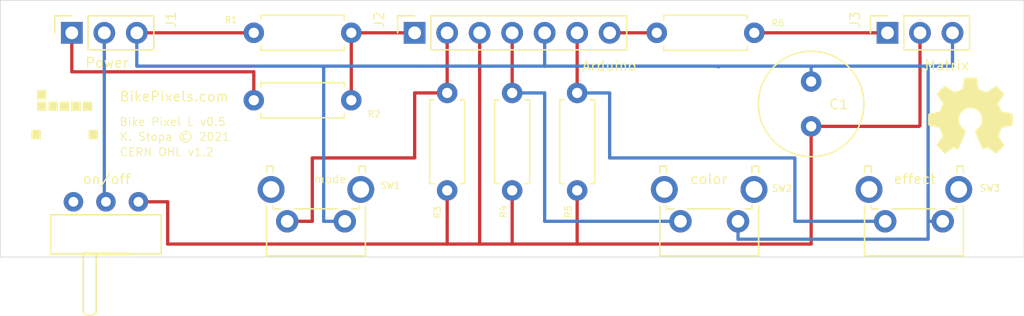
<source format=kicad_pcb>
(kicad_pcb (version 20171130) (host pcbnew "(5.1.9)-1")

  (general
    (thickness 1.6)
    (drawings 8)
    (tracks 79)
    (zones 0)
    (modules 17)
    (nets 12)
  )

  (page A4)
  (title_block
    (title "Bike Pixel L PCB")
    (date 2021-11-01)
    (rev v0.5)
    (company OpenDev.Consulting)
    (comment 2 https://bikepixels.com)
    (comment 3 "License: CERN Open Hardware Licence v1.2 ")
    (comment 4 "Author: Krzysztof Stopa")
  )

  (layers
    (0 F.Cu signal)
    (31 B.Cu signal)
    (32 B.Adhes user)
    (33 F.Adhes user)
    (34 B.Paste user hide)
    (35 F.Paste user)
    (36 B.SilkS user)
    (37 F.SilkS user)
    (38 B.Mask user)
    (39 F.Mask user)
    (40 Dwgs.User user)
    (41 Cmts.User user)
    (42 Eco1.User user)
    (43 Eco2.User user)
    (44 Edge.Cuts user)
    (45 Margin user)
    (46 B.CrtYd user)
    (47 F.CrtYd user)
    (48 B.Fab user)
    (49 F.Fab user)
  )

  (setup
    (last_trace_width 0.254)
    (trace_clearance 0.254)
    (zone_clearance 0.508)
    (zone_45_only no)
    (trace_min 0.1524)
    (via_size 0.762)
    (via_drill 0.381)
    (via_min_size 0.6858)
    (via_min_drill 0.3302)
    (uvia_size 0.254)
    (uvia_drill 0.1016)
    (uvias_allowed no)
    (uvia_min_size 0)
    (uvia_min_drill 0)
    (edge_width 0.05)
    (segment_width 0.2)
    (pcb_text_width 0.3)
    (pcb_text_size 1.5 1.5)
    (mod_edge_width 0.12)
    (mod_text_size 1 1)
    (mod_text_width 0.15)
    (pad_size 1.7 1.7)
    (pad_drill 1)
    (pad_to_mask_clearance 0)
    (aux_axis_origin 0 0)
    (visible_elements 7FFFFFFF)
    (pcbplotparams
      (layerselection 0x010fc_ffffffff)
      (usegerberextensions false)
      (usegerberattributes true)
      (usegerberadvancedattributes true)
      (creategerberjobfile false)
      (excludeedgelayer true)
      (linewidth 0.101600)
      (plotframeref false)
      (viasonmask false)
      (mode 1)
      (useauxorigin false)
      (hpglpennumber 1)
      (hpglpenspeed 20)
      (hpglpendiameter 15.000000)
      (psnegative false)
      (psa4output false)
      (plotreference true)
      (plotvalue true)
      (plotinvisibletext false)
      (padsonsilk false)
      (subtractmaskfromsilk false)
      (outputformat 5)
      (mirror false)
      (drillshape 0)
      (scaleselection 1)
      (outputdirectory "../production files/svg/"))
  )

  (net 0 "")
  (net 1 GND)
  (net 2 +5V)
  (net 3 "Net-(J1-Pad1)")
  (net 4 "Net-(J1-Pad2)")
  (net 5 "Net-(J2-Pad1)")
  (net 6 "Net-(J2-Pad7)")
  (net 7 "Net-(J3-Pad1)")
  (net 8 "Net-(SW0-Pad1)")
  (net 9 "Net-(J2-Pad2)")
  (net 10 "Net-(J2-Pad4)")
  (net 11 "Net-(J2-Pad6)")

  (net_class Default "This is the default net class."
    (clearance 0.254)
    (trace_width 0.254)
    (via_dia 0.762)
    (via_drill 0.381)
    (uvia_dia 0.254)
    (uvia_drill 0.1016)
    (diff_pair_width 0.2032)
    (diff_pair_gap 0.254)
    (add_net +5V)
    (add_net GND)
    (add_net "Net-(J1-Pad1)")
    (add_net "Net-(J1-Pad2)")
    (add_net "Net-(J2-Pad1)")
    (add_net "Net-(J2-Pad2)")
    (add_net "Net-(J2-Pad4)")
    (add_net "Net-(J2-Pad6)")
    (add_net "Net-(J2-Pad7)")
    (add_net "Net-(J3-Pad1)")
    (add_net "Net-(SW0-Pad1)")
  )

  (module Logo:bikepixels_logo_red_part_solder_05mm (layer F.Cu) (tedit 0) (tstamp 61A55699)
    (at 109.2962 98.8822)
    (fp_text reference "K. Stopa © 2021" (at 8.6106 1.0668) (layer F.SilkS)
      (effects (font (size 0.635 0.635) (thickness 0.0762)))
    )
    (fp_text value BikePixels.com (at 8.5598 -2.0828) (layer F.SilkS)
      (effects (font (size 0.762 0.762) (thickness 0.1016)))
    )
    (fp_poly (pts (xy -2.31775 2.59715) (xy -3.0353 2.59715) (xy -3.0353 1.87325) (xy -2.31775 1.87325)
      (xy -2.31775 2.59715)) (layer F.Mask) (width 0.01))
    (fp_poly (pts (xy -1.4224 2.59715) (xy -2.1463 2.59715) (xy -2.1463 1.87325) (xy -1.4224 1.87325)
      (xy -1.4224 2.59715)) (layer F.Mask) (width 0.01))
    (fp_poly (pts (xy 2.15265 2.59715) (xy 1.42875 2.59715) (xy 1.42875 1.87325) (xy 2.15265 1.87325)
      (xy 2.15265 2.59715)) (layer F.Mask) (width 0.01))
    (fp_poly (pts (xy 3.04165 2.59715) (xy 2.3241 2.59715) (xy 2.3241 1.87325) (xy 3.04165 1.87325)
      (xy 3.04165 2.59715)) (layer F.Mask) (width 0.01))
    (fp_poly (pts (xy -3.20675 1.7018) (xy -3.93065 1.7018) (xy -3.93065 0.98425) (xy -3.20675 0.98425)
      (xy -3.20675 1.7018)) (layer F.Mask) (width 0.01))
    (fp_poly (pts (xy -0.52705 1.7018) (xy -1.25095 1.7018) (xy -1.25095 0.98425) (xy -0.52705 0.98425)
      (xy -0.52705 1.7018)) (layer F.Mask) (width 0.01))
    (fp_poly (pts (xy 1.2573 1.7018) (xy 0.5334 1.7018) (xy 0.5334 0.98425) (xy 1.2573 0.98425)
      (xy 1.2573 1.7018)) (layer F.Mask) (width 0.01))
    (fp_poly (pts (xy 3.937 1.7018) (xy 3.2131 1.7018) (xy 3.2131 0.98425) (xy 3.937 0.98425)
      (xy 3.937 1.7018)) (layer F.Mask) (width 0.01))
    (fp_poly (pts (xy -3.208286 0.449262) (xy -3.209925 0.809625) (xy -3.570288 0.811264) (xy -3.93065 0.812904)
      (xy -3.93065 0.0889) (xy -3.206646 0.0889) (xy -3.208286 0.449262)) (layer F.Mask) (width 0.01))
    (fp_poly (pts (xy -0.52705 0.8128) (xy -1.25095 0.8128) (xy -1.25095 0.0889) (xy -0.52705 0.0889)
      (xy -0.52705 0.8128)) (layer F.Mask) (width 0.01))
    (fp_poly (pts (xy 1.2573 0.8128) (xy 0.5334 0.8128) (xy 0.5334 0.0889) (xy 1.2573 0.0889)
      (xy 1.2573 0.8128)) (layer F.Mask) (width 0.01))
    (fp_poly (pts (xy 3.937 0.8128) (xy 3.579283 0.8128) (xy 3.513043 0.812726) (xy 3.450633 0.812516)
      (xy 3.393203 0.812182) (xy 3.341903 0.811738) (xy 3.297886 0.811196) (xy 3.2623 0.810572)
      (xy 3.236297 0.809877) (xy 3.221027 0.809126) (xy 3.217333 0.808566) (xy 3.21655 0.801606)
      (xy 3.215814 0.783096) (xy 3.215138 0.754188) (xy 3.214536 0.716032) (xy 3.214022 0.669778)
      (xy 3.213608 0.616577) (xy 3.213308 0.55758) (xy 3.213137 0.493938) (xy 3.2131 0.446616)
      (xy 3.2131 0.0889) (xy 3.937 0.0889) (xy 3.937 0.8128)) (layer F.Mask) (width 0.01))
    (fp_poly (pts (xy -2.31775 -0.08255) (xy -3.0353 -0.08255) (xy -3.0353 -0.80645) (xy -2.31775 -0.80645)
      (xy -2.31775 -0.08255)) (layer F.Mask) (width 0.01))
    (fp_poly (pts (xy -1.4224 -0.08255) (xy -2.1463 -0.08255) (xy -2.1463 -0.80645) (xy -1.4224 -0.80645)
      (xy -1.4224 -0.08255)) (layer F.Mask) (width 0.01))
    (fp_poly (pts (xy 2.15265 -0.08255) (xy 1.42875 -0.08255) (xy 1.42875 -0.80645) (xy 2.15265 -0.80645)
      (xy 2.15265 -0.08255)) (layer F.Mask) (width 0.01))
    (fp_poly (pts (xy 3.04165 -0.08255) (xy 2.3241 -0.08255) (xy 2.3241 -0.80645) (xy 3.04165 -0.80645)
      (xy 3.04165 -0.08255)) (layer F.Mask) (width 0.01))
    (fp_poly (pts (xy -2.31775 -1.8669) (xy -3.0353 -1.8669) (xy -3.0353 -2.5908) (xy -2.31775 -2.5908)
      (xy -2.31775 -1.8669)) (layer F.Mask) (width 0.01))
    (fp_poly (pts (xy 2.15265 -1.8669) (xy 1.42875 -1.8669) (xy 1.42875 -2.5908) (xy 2.15265 -2.5908)
      (xy 2.15265 -1.8669)) (layer F.Mask) (width 0.01))
    (fp_poly (pts (xy 3.04165 -1.8669) (xy 2.3241 -1.8669) (xy 2.3241 -2.5908) (xy 3.04165 -2.5908)
      (xy 3.04165 -1.8669)) (layer F.Mask) (width 0.01))
  )

  (module Logo:bikepixels_logo_black_part_silk_05mm (layer F.Cu) (tedit 0) (tstamp 61A55113)
    (at 109.2962 98.2218)
    (fp_text reference "CERN OHL v1.2" (at 7.9756 2.921) (layer F.SilkS)
      (effects (font (size 0.635 0.635) (thickness 0.0762)))
    )
    (fp_text value "Bike Pixel L v0.5" (at 8.4328 0.5588) (layer F.SilkS)
      (effects (font (size 0.635 0.635) (thickness 0.0762)))
    )
    (fp_poly (pts (xy -2.230438 1.195335) (xy -1.870075 1.196975) (xy -1.868436 1.557337) (xy -1.866796 1.9177)
      (xy -2.5908 1.9177) (xy -2.5908 1.193695) (xy -2.230438 1.195335)) (layer F.SilkS) (width 0.01))
    (fp_poly (pts (xy 2.59715 1.9177) (xy 1.873145 1.9177) (xy 1.874785 1.557337) (xy 1.876425 1.196975)
      (xy 2.236787 1.195335) (xy 2.59715 1.193695) (xy 2.59715 1.9177)) (layer F.SilkS) (width 0.01))
    (fp_poly (pts (xy -1.4351 -0.3048) (xy -2.15265 -0.3048) (xy -2.15265 -1.0287) (xy -1.4351 -1.0287)
      (xy -1.4351 -0.3048)) (layer F.SilkS) (width 0.01))
    (fp_poly (pts (xy -0.53975 -0.3048) (xy -1.263755 -0.3048) (xy -1.262115 -0.665163) (xy -1.260475 -1.025525)
      (xy -0.900113 -1.027165) (xy -0.53975 -1.028805) (xy -0.53975 -0.3048)) (layer F.SilkS) (width 0.01))
    (fp_poly (pts (xy 0.354064 -0.665163) (xy 0.355704 -0.3048) (xy -0.368405 -0.3048) (xy -0.366765 -0.665163)
      (xy -0.365125 -1.025525) (xy 0.352425 -1.025525) (xy 0.354064 -0.665163)) (layer F.SilkS) (width 0.01))
    (fp_poly (pts (xy 0.887412 -1.027165) (xy 1.247775 -1.025525) (xy 1.249414 -0.665163) (xy 1.251054 -0.3048)
      (xy 0.52705 -0.3048) (xy 0.52705 -1.028805) (xy 0.887412 -1.027165)) (layer F.SilkS) (width 0.01))
    (fp_poly (pts (xy 2.13995 -0.3048) (xy 1.415945 -0.3048) (xy 1.417585 -0.665163) (xy 1.419225 -1.025525)
      (xy 1.779587 -1.027165) (xy 2.13995 -1.028805) (xy 2.13995 -0.3048)) (layer F.SilkS) (width 0.01))
    (fp_poly (pts (xy -1.4351 -1.1938) (xy -2.15265 -1.1938) (xy -2.15265 -1.9177) (xy -1.4351 -1.9177)
      (xy -1.4351 -1.1938)) (layer F.SilkS) (width 0.01))
  )

  (module Symbol:OSHW-Symbol_6.7x6mm_SilkScreen (layer F.Cu) (tedit 0) (tstamp 61A567FA)
    (at 180.086 98.298)
    (descr "Open Source Hardware Symbol")
    (tags "Logo Symbol OSHW")
    (attr virtual)
    (fp_text reference OSHW (at 0 0) (layer F.SilkS) hide
      (effects (font (size 1 1) (thickness 0.15)))
    )
    (fp_text value OSHW (at 0 3.175) (layer F.Fab) hide
      (effects (font (size 0.508 0.508) (thickness 0.0762)))
    )
    (fp_poly (pts (xy 0.555814 -2.531069) (xy 0.639635 -2.086445) (xy 0.94892 -1.958947) (xy 1.258206 -1.831449)
      (xy 1.629246 -2.083754) (xy 1.733157 -2.154004) (xy 1.827087 -2.216728) (xy 1.906652 -2.269062)
      (xy 1.96747 -2.308143) (xy 2.005157 -2.331107) (xy 2.015421 -2.336058) (xy 2.03391 -2.323324)
      (xy 2.07342 -2.288118) (xy 2.129522 -2.234938) (xy 2.197787 -2.168282) (xy 2.273786 -2.092646)
      (xy 2.353092 -2.012528) (xy 2.431275 -1.932426) (xy 2.503907 -1.856836) (xy 2.566559 -1.790255)
      (xy 2.614803 -1.737182) (xy 2.64421 -1.702113) (xy 2.651241 -1.690377) (xy 2.641123 -1.66874)
      (xy 2.612759 -1.621338) (xy 2.569129 -1.552807) (xy 2.513218 -1.467785) (xy 2.448006 -1.370907)
      (xy 2.410219 -1.31565) (xy 2.341343 -1.214752) (xy 2.28014 -1.123701) (xy 2.229578 -1.04703)
      (xy 2.192628 -0.989272) (xy 2.172258 -0.954957) (xy 2.169197 -0.947746) (xy 2.176136 -0.927252)
      (xy 2.195051 -0.879487) (xy 2.223087 -0.811168) (xy 2.257391 -0.729011) (xy 2.295109 -0.63973)
      (xy 2.333387 -0.550042) (xy 2.36937 -0.466662) (xy 2.400206 -0.396306) (xy 2.423039 -0.34569)
      (xy 2.435017 -0.321529) (xy 2.435724 -0.320578) (xy 2.454531 -0.315964) (xy 2.504618 -0.305672)
      (xy 2.580793 -0.290713) (xy 2.677865 -0.272099) (xy 2.790643 -0.250841) (xy 2.856442 -0.238582)
      (xy 2.97695 -0.215638) (xy 3.085797 -0.193805) (xy 3.177476 -0.174278) (xy 3.246481 -0.158252)
      (xy 3.287304 -0.146921) (xy 3.295511 -0.143326) (xy 3.303548 -0.118994) (xy 3.310033 -0.064041)
      (xy 3.31497 0.015108) (xy 3.318364 0.112026) (xy 3.320218 0.220287) (xy 3.320538 0.333465)
      (xy 3.319327 0.445135) (xy 3.31659 0.548868) (xy 3.312331 0.638241) (xy 3.306555 0.706826)
      (xy 3.299267 0.748197) (xy 3.294895 0.75681) (xy 3.268764 0.767133) (xy 3.213393 0.781892)
      (xy 3.136107 0.799352) (xy 3.04423 0.81778) (xy 3.012158 0.823741) (xy 2.857524 0.852066)
      (xy 2.735375 0.874876) (xy 2.641673 0.89308) (xy 2.572384 0.907583) (xy 2.523471 0.919292)
      (xy 2.490897 0.929115) (xy 2.470628 0.937956) (xy 2.458626 0.946724) (xy 2.456947 0.948457)
      (xy 2.440184 0.976371) (xy 2.414614 1.030695) (xy 2.382788 1.104777) (xy 2.34726 1.191965)
      (xy 2.310583 1.285608) (xy 2.275311 1.379052) (xy 2.243996 1.465647) (xy 2.219193 1.53874)
      (xy 2.203454 1.591678) (xy 2.199332 1.617811) (xy 2.199676 1.618726) (xy 2.213641 1.640086)
      (xy 2.245322 1.687084) (xy 2.291391 1.754827) (xy 2.348518 1.838423) (xy 2.413373 1.932982)
      (xy 2.431843 1.959854) (xy 2.497699 2.057275) (xy 2.55565 2.146163) (xy 2.602538 2.221412)
      (xy 2.635207 2.27792) (xy 2.6505 2.310581) (xy 2.651241 2.314593) (xy 2.638392 2.335684)
      (xy 2.602888 2.377464) (xy 2.549293 2.435445) (xy 2.482171 2.505135) (xy 2.406087 2.582045)
      (xy 2.325604 2.661683) (xy 2.245287 2.739561) (xy 2.169699 2.811186) (xy 2.103405 2.87207)
      (xy 2.050969 2.917721) (xy 2.016955 2.94365) (xy 2.007545 2.947883) (xy 1.985643 2.937912)
      (xy 1.9408 2.91102) (xy 1.880321 2.871736) (xy 1.833789 2.840117) (xy 1.749475 2.782098)
      (xy 1.649626 2.713784) (xy 1.549473 2.645579) (xy 1.495627 2.609075) (xy 1.313371 2.4858)
      (xy 1.160381 2.56852) (xy 1.090682 2.604759) (xy 1.031414 2.632926) (xy 0.991311 2.648991)
      (xy 0.981103 2.651226) (xy 0.968829 2.634722) (xy 0.944613 2.588082) (xy 0.910263 2.515609)
      (xy 0.867588 2.421606) (xy 0.818394 2.310374) (xy 0.76449 2.186215) (xy 0.707684 2.053432)
      (xy 0.649782 1.916327) (xy 0.592593 1.779202) (xy 0.537924 1.646358) (xy 0.487584 1.522098)
      (xy 0.44338 1.410725) (xy 0.407119 1.316539) (xy 0.380609 1.243844) (xy 0.365658 1.196941)
      (xy 0.363254 1.180833) (xy 0.382311 1.160286) (xy 0.424036 1.126933) (xy 0.479706 1.087702)
      (xy 0.484378 1.084599) (xy 0.628264 0.969423) (xy 0.744283 0.835053) (xy 0.83143 0.685784)
      (xy 0.888699 0.525913) (xy 0.915086 0.359737) (xy 0.909585 0.191552) (xy 0.87119 0.025655)
      (xy 0.798895 -0.133658) (xy 0.777626 -0.168513) (xy 0.666996 -0.309263) (xy 0.536302 -0.422286)
      (xy 0.390064 -0.506997) (xy 0.232808 -0.562806) (xy 0.069057 -0.589126) (xy -0.096667 -0.58537)
      (xy -0.259838 -0.55095) (xy -0.415935 -0.485277) (xy -0.560433 -0.387765) (xy -0.605131 -0.348187)
      (xy -0.718888 -0.224297) (xy -0.801782 -0.093876) (xy -0.858644 0.052315) (xy -0.890313 0.197088)
      (xy -0.898131 0.35986) (xy -0.872062 0.52344) (xy -0.814755 0.682298) (xy -0.728856 0.830906)
      (xy -0.617014 0.963735) (xy -0.481877 1.075256) (xy -0.464117 1.087011) (xy -0.40785 1.125508)
      (xy -0.365077 1.158863) (xy -0.344628 1.18016) (xy -0.344331 1.180833) (xy -0.348721 1.203871)
      (xy -0.366124 1.256157) (xy -0.394732 1.33339) (xy -0.432735 1.431268) (xy -0.478326 1.545491)
      (xy -0.529697 1.671758) (xy -0.585038 1.805767) (xy -0.642542 1.943218) (xy -0.700399 2.079808)
      (xy -0.756802 2.211237) (xy -0.809942 2.333205) (xy -0.85801 2.441409) (xy -0.899199 2.531549)
      (xy -0.931699 2.599323) (xy -0.953703 2.64043) (xy -0.962564 2.651226) (xy -0.98964 2.642819)
      (xy -1.040303 2.620272) (xy -1.105817 2.587613) (xy -1.141841 2.56852) (xy -1.294832 2.4858)
      (xy -1.477088 2.609075) (xy -1.570125 2.672228) (xy -1.671985 2.741727) (xy -1.767438 2.807165)
      (xy -1.81525 2.840117) (xy -1.882495 2.885273) (xy -1.939436 2.921057) (xy -1.978646 2.942938)
      (xy -1.991381 2.947563) (xy -2.009917 2.935085) (xy -2.050941 2.900252) (xy -2.110475 2.846678)
      (xy -2.184542 2.777983) (xy -2.269165 2.697781) (xy -2.322685 2.646286) (xy -2.416319 2.554286)
      (xy -2.497241 2.471999) (xy -2.562177 2.402945) (xy -2.607858 2.350644) (xy -2.631011 2.318616)
      (xy -2.633232 2.312116) (xy -2.622924 2.287394) (xy -2.594439 2.237405) (xy -2.550937 2.167212)
      (xy -2.495577 2.081875) (xy -2.43152 1.986456) (xy -2.413303 1.959854) (xy -2.346927 1.863167)
      (xy -2.287378 1.776117) (xy -2.237984 1.703595) (xy -2.202075 1.650493) (xy -2.182981 1.621703)
      (xy -2.181136 1.618726) (xy -2.183895 1.595782) (xy -2.198538 1.545336) (xy -2.222513 1.474041)
      (xy -2.253266 1.388547) (xy -2.288244 1.295507) (xy -2.324893 1.201574) (xy -2.360661 1.113399)
      (xy -2.392994 1.037634) (xy -2.419338 0.980931) (xy -2.437142 0.949943) (xy -2.438407 0.948457)
      (xy -2.449294 0.939601) (xy -2.467682 0.930843) (xy -2.497606 0.921277) (xy -2.543103 0.909996)
      (xy -2.608209 0.896093) (xy -2.696961 0.878663) (xy -2.813393 0.856798) (xy -2.961542 0.829591)
      (xy -2.993618 0.823741) (xy -3.088686 0.805374) (xy -3.171565 0.787405) (xy -3.23493 0.771569)
      (xy -3.271458 0.7596) (xy -3.276356 0.75681) (xy -3.284427 0.732072) (xy -3.290987 0.67679)
      (xy -3.296033 0.597389) (xy -3.299559 0.500296) (xy -3.301561 0.391938) (xy -3.302036 0.27874)
      (xy -3.300977 0.167128) (xy -3.298382 0.063529) (xy -3.294246 -0.025632) (xy -3.288563 -0.093928)
      (xy -3.281331 -0.134934) (xy -3.276971 -0.143326) (xy -3.252698 -0.151792) (xy -3.197426 -0.165565)
      (xy -3.116662 -0.18345) (xy -3.015912 -0.204252) (xy -2.900683 -0.226777) (xy -2.837902 -0.238582)
      (xy -2.718787 -0.260849) (xy -2.612565 -0.281021) (xy -2.524427 -0.298085) (xy -2.459566 -0.311031)
      (xy -2.423174 -0.318845) (xy -2.417184 -0.320578) (xy -2.407061 -0.34011) (xy -2.385662 -0.387157)
      (xy -2.355839 -0.454997) (xy -2.320445 -0.536909) (xy -2.282332 -0.626172) (xy -2.244353 -0.716065)
      (xy -2.20936 -0.799865) (xy -2.180206 -0.870853) (xy -2.159743 -0.922306) (xy -2.150823 -0.947503)
      (xy -2.150657 -0.948604) (xy -2.160769 -0.968481) (xy -2.189117 -1.014223) (xy -2.232723 -1.081283)
      (xy -2.288606 -1.165116) (xy -2.353787 -1.261174) (xy -2.391679 -1.31635) (xy -2.460725 -1.417519)
      (xy -2.52205 -1.50937) (xy -2.572663 -1.587256) (xy -2.609571 -1.646531) (xy -2.629782 -1.682549)
      (xy -2.632701 -1.690623) (xy -2.620153 -1.709416) (xy -2.585463 -1.749543) (xy -2.533063 -1.806507)
      (xy -2.467384 -1.875815) (xy -2.392856 -1.952969) (xy -2.313913 -2.033475) (xy -2.234983 -2.112837)
      (xy -2.1605 -2.18656) (xy -2.094894 -2.250148) (xy -2.042596 -2.299106) (xy -2.008039 -2.328939)
      (xy -1.996478 -2.336058) (xy -1.977654 -2.326047) (xy -1.932631 -2.297922) (xy -1.865787 -2.254546)
      (xy -1.781499 -2.198782) (xy -1.684144 -2.133494) (xy -1.610707 -2.083754) (xy -1.239667 -1.831449)
      (xy -0.621095 -2.086445) (xy -0.537275 -2.531069) (xy -0.453454 -2.975693) (xy 0.471994 -2.975693)
      (xy 0.555814 -2.531069)) (layer F.SilkS) (width 0.01))
  )

  (module Button_Switch_THT:SW_Tactile_SPST_Angled_PTS645Vx58-2LFS (layer F.Cu) (tedit 5A02FE31) (tstamp 60C9B85B)
    (at 161.925 106.553 180)
    (descr "tactile switch SPST right angle, PTS645VL58-2 LFS")
    (tags "tactile switch SPST angled PTS645VL58-2 LFS C&K Button")
    (path /61A78EBE)
    (fp_text reference SW2 (at -3.429 2.5654) (layer F.SilkS)
      (effects (font (size 0.508 0.508) (thickness 0.0762)))
    )
    (fp_text value color (at 2.286 3.302) (layer F.SilkS)
      (effects (font (size 0.762 0.762) (thickness 0.1016)))
    )
    (fp_line (start 0.55 0.97) (end 3.95 0.97) (layer F.SilkS) (width 0.12))
    (fp_line (start -1.09 0.97) (end -0.55 0.97) (layer F.SilkS) (width 0.12))
    (fp_line (start 6.11 3.8) (end 6.11 4.31) (layer F.SilkS) (width 0.12))
    (fp_line (start 5.59 4.31) (end 6.11 4.31) (layer F.SilkS) (width 0.12))
    (fp_line (start 5.59 3.8) (end 5.59 4.31) (layer F.SilkS) (width 0.12))
    (fp_line (start 5.05 0.97) (end 5.59 0.97) (layer F.SilkS) (width 0.12))
    (fp_line (start -1.61 3.8) (end -1.61 4.31) (layer F.SilkS) (width 0.12))
    (fp_line (start -1.09 3.8) (end -1.09 4.31) (layer F.SilkS) (width 0.12))
    (fp_line (start 5.59 0.97) (end 5.59 1.2) (layer F.SilkS) (width 0.12))
    (fp_line (start -1.2 4.2) (end -1.2 0.86) (layer F.Fab) (width 0.1))
    (fp_line (start 5.7 4.2) (end 6 4.2) (layer F.Fab) (width 0.1))
    (fp_line (start -1.5 4.2) (end -1.5 -2.59) (layer F.Fab) (width 0.1))
    (fp_line (start -1.5 -2.59) (end 6 -2.59) (layer F.Fab) (width 0.1))
    (fp_line (start -1.61 -2.7) (end -1.61 1.2) (layer F.SilkS) (width 0.12))
    (fp_line (start -1.61 4.31) (end -1.09 4.31) (layer F.SilkS) (width 0.12))
    (fp_line (start 6.11 -2.7) (end 6.11 1.2) (layer F.SilkS) (width 0.12))
    (fp_line (start -1.61 -2.7) (end 6.11 -2.7) (layer F.SilkS) (width 0.12))
    (fp_line (start -2.5 4.45) (end -2.5 -2.8) (layer F.CrtYd) (width 0.05))
    (fp_line (start 7.05 4.45) (end -2.5 4.45) (layer F.CrtYd) (width 0.05))
    (fp_line (start 7.05 -2.8) (end 7.05 4.45) (layer F.CrtYd) (width 0.05))
    (fp_line (start -2.5 -2.8) (end 7.05 -2.8) (layer F.CrtYd) (width 0.05))
    (fp_line (start 6 4.2) (end 6 -2.59) (layer F.Fab) (width 0.1))
    (fp_line (start -1.2 0.86) (end 5.7 0.86) (layer F.Fab) (width 0.1))
    (fp_line (start -1.5 4.2) (end -1.2 4.2) (layer F.Fab) (width 0.1))
    (fp_line (start 5.7 4.2) (end 5.7 0.86) (layer F.Fab) (width 0.1))
    (fp_line (start -1.09 0.97) (end -1.09 1.2) (layer F.SilkS) (width 0.12))
    (fp_line (start 0.5 -5.85) (end 4 -5.85) (layer F.Fab) (width 0.1))
    (fp_line (start 4 -5.85) (end 4 -2.59) (layer F.Fab) (width 0.1))
    (fp_line (start 0.5 -5.85) (end 0.5 -2.59) (layer F.Fab) (width 0.1))
    (pad "" thru_hole circle (at -1.25 2.49 180) (size 2.1 2.1) (drill 1.3) (layers *.Cu *.Mask))
    (pad 1 thru_hole circle (at 0 0 180) (size 1.75 1.75) (drill 0.99) (layers *.Cu *.Mask)
      (net 1 GND))
    (pad 2 thru_hole circle (at 4.5 0 180) (size 1.75 1.75) (drill 0.99) (layers *.Cu *.Mask)
      (net 10 "Net-(J2-Pad4)"))
    (pad "" thru_hole circle (at 5.76 2.49 180) (size 2.1 2.1) (drill 1.3) (layers *.Cu *.Mask))
    (model ${KISYS3DMOD}/Button_Switch_THT.3dshapes/SW_Tactile_SPST_Angled_PTS645Vx58-2LFS.wrl
      (at (xyz 0 0 0))
      (scale (xyz 1 1 1))
      (rotate (xyz 0 0 0))
    )
  )

  (module Resistor_THT:R_Axial_DIN0207_L6.3mm_D2.5mm_P7.62mm_Horizontal (layer F.Cu) (tedit 5AE5139B) (tstamp 60C9BA6F)
    (at 144.272 104.14 90)
    (descr "Resistor, Axial_DIN0207 series, Axial, Horizontal, pin pitch=7.62mm, 0.25W = 1/4W, length*diameter=6.3*2.5mm^2, http://cdn-reichelt.de/documents/datenblatt/B400/1_4W%23YAG.pdf")
    (tags "Resistor Axial_DIN0207 series Axial Horizontal pin pitch 7.62mm 0.25W = 1/4W length 6.3mm diameter 2.5mm")
    (path /60784939)
    (fp_text reference R4 (at -1.651 -0.6985 90) (layer F.SilkS)
      (effects (font (size 0.508 0.508) (thickness 0.0762)))
    )
    (fp_text value 10k (at 3.7465 0 90) (layer F.Fab)
      (effects (font (size 0.762 0.762) (thickness 0.1016)))
    )
    (fp_line (start 0.66 -1.25) (end 0.66 1.25) (layer F.Fab) (width 0.1))
    (fp_line (start 0.66 1.25) (end 6.96 1.25) (layer F.Fab) (width 0.1))
    (fp_line (start 6.96 1.25) (end 6.96 -1.25) (layer F.Fab) (width 0.1))
    (fp_line (start 6.96 -1.25) (end 0.66 -1.25) (layer F.Fab) (width 0.1))
    (fp_line (start 0 0) (end 0.66 0) (layer F.Fab) (width 0.1))
    (fp_line (start 7.62 0) (end 6.96 0) (layer F.Fab) (width 0.1))
    (fp_line (start 0.54 -1.04) (end 0.54 -1.37) (layer F.SilkS) (width 0.12))
    (fp_line (start 0.54 -1.37) (end 7.08 -1.37) (layer F.SilkS) (width 0.12))
    (fp_line (start 7.08 -1.37) (end 7.08 -1.04) (layer F.SilkS) (width 0.12))
    (fp_line (start 0.54 1.04) (end 0.54 1.37) (layer F.SilkS) (width 0.12))
    (fp_line (start 0.54 1.37) (end 7.08 1.37) (layer F.SilkS) (width 0.12))
    (fp_line (start 7.08 1.37) (end 7.08 1.04) (layer F.SilkS) (width 0.12))
    (fp_line (start -1.05 -1.5) (end -1.05 1.5) (layer F.CrtYd) (width 0.05))
    (fp_line (start -1.05 1.5) (end 8.67 1.5) (layer F.CrtYd) (width 0.05))
    (fp_line (start 8.67 1.5) (end 8.67 -1.5) (layer F.CrtYd) (width 0.05))
    (fp_line (start 8.67 -1.5) (end -1.05 -1.5) (layer F.CrtYd) (width 0.05))
    (fp_text user %R (at -0.0635 2.413 90) (layer F.Fab)
      (effects (font (size 0.762 0.762) (thickness 0.1016)))
    )
    (pad 1 thru_hole circle (at 0 0 90) (size 1.6 1.6) (drill 0.8) (layers *.Cu *.Mask)
      (net 2 +5V))
    (pad 2 thru_hole oval (at 7.62 0 90) (size 1.6 1.6) (drill 0.8) (layers *.Cu *.Mask)
      (net 10 "Net-(J2-Pad4)"))
    (model ${KISYS3DMOD}/Resistor_THT.3dshapes/R_Axial_DIN0207_L6.3mm_D2.5mm_P7.62mm_Horizontal.wrl
      (at (xyz 0 0 0))
      (scale (xyz 1 1 1))
      (rotate (xyz 0 0 0))
    )
  )

  (module Button_Switch_THT:SW_Tactile_SPST_Angled_PTS645Vx58-2LFS (layer F.Cu) (tedit 5A02FE31) (tstamp 60C9B8CD)
    (at 131.191 106.553 180)
    (descr "tactile switch SPST right angle, PTS645VL58-2 LFS")
    (tags "tactile switch SPST angled PTS645VL58-2 LFS C&K Button")
    (path /61A73CDC)
    (fp_text reference SW1 (at -3.556 2.794) (layer F.SilkS)
      (effects (font (size 0.508 0.508) (thickness 0.0762)))
    )
    (fp_text value mode (at 1.143 3.302) (layer F.SilkS)
      (effects (font (size 0.635 0.635) (thickness 0.0762)))
    )
    (fp_line (start 0.5 -5.85) (end 0.5 -2.59) (layer F.Fab) (width 0.1))
    (fp_line (start 4 -5.85) (end 4 -2.59) (layer F.Fab) (width 0.1))
    (fp_line (start 0.5 -5.85) (end 4 -5.85) (layer F.Fab) (width 0.1))
    (fp_line (start -1.09 0.97) (end -1.09 1.2) (layer F.SilkS) (width 0.12))
    (fp_line (start 5.7 4.2) (end 5.7 0.86) (layer F.Fab) (width 0.1))
    (fp_line (start -1.5 4.2) (end -1.2 4.2) (layer F.Fab) (width 0.1))
    (fp_line (start -1.2 0.86) (end 5.7 0.86) (layer F.Fab) (width 0.1))
    (fp_line (start 6 4.2) (end 6 -2.59) (layer F.Fab) (width 0.1))
    (fp_line (start -2.5 -2.8) (end 7.05 -2.8) (layer F.CrtYd) (width 0.05))
    (fp_line (start 7.05 -2.8) (end 7.05 4.45) (layer F.CrtYd) (width 0.05))
    (fp_line (start 7.05 4.45) (end -2.5 4.45) (layer F.CrtYd) (width 0.05))
    (fp_line (start -2.5 4.45) (end -2.5 -2.8) (layer F.CrtYd) (width 0.05))
    (fp_line (start -1.61 -2.7) (end 6.11 -2.7) (layer F.SilkS) (width 0.12))
    (fp_line (start 6.11 -2.7) (end 6.11 1.2) (layer F.SilkS) (width 0.12))
    (fp_line (start -1.61 4.31) (end -1.09 4.31) (layer F.SilkS) (width 0.12))
    (fp_line (start -1.61 -2.7) (end -1.61 1.2) (layer F.SilkS) (width 0.12))
    (fp_line (start -1.5 -2.59) (end 6 -2.59) (layer F.Fab) (width 0.1))
    (fp_line (start -1.5 4.2) (end -1.5 -2.59) (layer F.Fab) (width 0.1))
    (fp_line (start 5.7 4.2) (end 6 4.2) (layer F.Fab) (width 0.1))
    (fp_line (start -1.2 4.2) (end -1.2 0.86) (layer F.Fab) (width 0.1))
    (fp_line (start 5.59 0.97) (end 5.59 1.2) (layer F.SilkS) (width 0.12))
    (fp_line (start -1.09 3.8) (end -1.09 4.31) (layer F.SilkS) (width 0.12))
    (fp_line (start -1.61 3.8) (end -1.61 4.31) (layer F.SilkS) (width 0.12))
    (fp_line (start 5.05 0.97) (end 5.59 0.97) (layer F.SilkS) (width 0.12))
    (fp_line (start 5.59 3.8) (end 5.59 4.31) (layer F.SilkS) (width 0.12))
    (fp_line (start 5.59 4.31) (end 6.11 4.31) (layer F.SilkS) (width 0.12))
    (fp_line (start 6.11 3.8) (end 6.11 4.31) (layer F.SilkS) (width 0.12))
    (fp_line (start -1.09 0.97) (end -0.55 0.97) (layer F.SilkS) (width 0.12))
    (fp_line (start 0.55 0.97) (end 3.95 0.97) (layer F.SilkS) (width 0.12))
    (pad "" thru_hole circle (at 5.76 2.49 180) (size 2.1 2.1) (drill 1.3) (layers *.Cu *.Mask))
    (pad 2 thru_hole circle (at 4.5 0 180) (size 1.75 1.75) (drill 0.99) (layers *.Cu *.Mask)
      (net 9 "Net-(J2-Pad2)"))
    (pad 1 thru_hole circle (at 0 0 180) (size 1.75 1.75) (drill 0.99) (layers *.Cu *.Mask)
      (net 1 GND))
    (pad "" thru_hole circle (at -1.25 2.49 180) (size 2.1 2.1) (drill 1.3) (layers *.Cu *.Mask))
    (model ${KISYS3DMOD}/Button_Switch_THT.3dshapes/SW_Tactile_SPST_Angled_PTS645Vx58-2LFS.wrl
      (at (xyz 0 0 0))
      (scale (xyz 1 1 1))
      (rotate (xyz 0 0 0))
    )
  )

  (module Capacitor_THT:C_Radial_D8.0mm_H7.0mm_P3.50mm (layer F.Cu) (tedit 5BC5C9B9) (tstamp 616EEAD4)
    (at 167.64 95.631 270)
    (descr "C, Radial series, Radial, pin pitch=3.50mm, diameter=8mm, height=7mm, Non-Polar Electrolytic Capacitor")
    (tags "C Radial series Radial pin pitch 3.50mm diameter 8mm height 7mm Non-Polar Electrolytic Capacitor")
    (path /60774152)
    (fp_text reference C1 (at 1.778 -2.159 180) (layer F.SilkS)
      (effects (font (size 0.762 0.762) (thickness 0.1016)))
    )
    (fp_text value "470uF, 6.3V" (at -3.048 0 180) (layer F.Fab) hide
      (effects (font (size 0.508 0.508) (thickness 0.1016)))
    )
    (fp_circle (center 1.75 0) (end 6 0) (layer F.CrtYd) (width 0.05))
    (fp_circle (center 1.75 0) (end 5.87 0) (layer F.SilkS) (width 0.12))
    (fp_circle (center 1.75 0) (end 5.75 0) (layer F.Fab) (width 0.1))
    (fp_text user %R (at 1.778 2.159 180) (layer F.Fab)
      (effects (font (size 0.508 0.508) (thickness 0.0762)))
    )
    (pad 2 thru_hole circle (at 3.5 0 270) (size 1.6 1.6) (drill 0.8) (layers *.Cu *.Mask)
      (net 2 +5V))
    (pad 1 thru_hole circle (at 0 0 270) (size 1.6 1.6) (drill 0.8) (layers *.Cu *.Mask)
      (net 1 GND))
    (model ${KISYS3DMOD}/Capacitor_THT.3dshapes/C_Radial_D8.0mm_H7.0mm_P3.50mm.wrl
      (at (xyz 0 0 0))
      (scale (xyz 1 1 1))
      (rotate (xyz 0 0 0))
    )
  )

  (module Button_Switch_THT:SW_Tactile_SPST_Angled_PTS645Vx58-2LFS (layer F.Cu) (tedit 5A02FE31) (tstamp 60C9BABF)
    (at 177.927 106.553 180)
    (descr "tactile switch SPST right angle, PTS645VL58-2 LFS")
    (tags "tactile switch SPST angled PTS645VL58-2 LFS C&K Button")
    (path /61A799E7)
    (fp_text reference SW3 (at -3.683 2.5908) (layer F.SilkS)
      (effects (font (size 0.508 0.508) (thickness 0.0762)))
    )
    (fp_text value effect (at 2.1844 3.302) (layer F.SilkS)
      (effects (font (size 0.762 0.762) (thickness 0.1016)))
    )
    (fp_line (start 0.5 -5.85) (end 0.5 -2.59) (layer F.Fab) (width 0.1))
    (fp_line (start 4 -5.85) (end 4 -2.59) (layer F.Fab) (width 0.1))
    (fp_line (start 0.5 -5.85) (end 4 -5.85) (layer F.Fab) (width 0.1))
    (fp_line (start -1.09 0.97) (end -1.09 1.2) (layer F.SilkS) (width 0.12))
    (fp_line (start 5.7 4.2) (end 5.7 0.86) (layer F.Fab) (width 0.1))
    (fp_line (start -1.5 4.2) (end -1.2 4.2) (layer F.Fab) (width 0.1))
    (fp_line (start -1.2 0.86) (end 5.7 0.86) (layer F.Fab) (width 0.1))
    (fp_line (start 6 4.2) (end 6 -2.59) (layer F.Fab) (width 0.1))
    (fp_line (start -2.5 -2.8) (end 7.05 -2.8) (layer F.CrtYd) (width 0.05))
    (fp_line (start 7.05 -2.8) (end 7.05 4.45) (layer F.CrtYd) (width 0.05))
    (fp_line (start 7.05 4.45) (end -2.5 4.45) (layer F.CrtYd) (width 0.05))
    (fp_line (start -2.5 4.45) (end -2.5 -2.8) (layer F.CrtYd) (width 0.05))
    (fp_line (start -1.61 -2.7) (end 6.11 -2.7) (layer F.SilkS) (width 0.12))
    (fp_line (start 6.11 -2.7) (end 6.11 1.2) (layer F.SilkS) (width 0.12))
    (fp_line (start -1.61 4.31) (end -1.09 4.31) (layer F.SilkS) (width 0.12))
    (fp_line (start -1.61 -2.7) (end -1.61 1.2) (layer F.SilkS) (width 0.12))
    (fp_line (start -1.5 -2.59) (end 6 -2.59) (layer F.Fab) (width 0.1))
    (fp_line (start -1.5 4.2) (end -1.5 -2.59) (layer F.Fab) (width 0.1))
    (fp_line (start 5.7 4.2) (end 6 4.2) (layer F.Fab) (width 0.1))
    (fp_line (start -1.2 4.2) (end -1.2 0.86) (layer F.Fab) (width 0.1))
    (fp_line (start 5.59 0.97) (end 5.59 1.2) (layer F.SilkS) (width 0.12))
    (fp_line (start -1.09 3.8) (end -1.09 4.31) (layer F.SilkS) (width 0.12))
    (fp_line (start -1.61 3.8) (end -1.61 4.31) (layer F.SilkS) (width 0.12))
    (fp_line (start 5.05 0.97) (end 5.59 0.97) (layer F.SilkS) (width 0.12))
    (fp_line (start 5.59 3.8) (end 5.59 4.31) (layer F.SilkS) (width 0.12))
    (fp_line (start 5.59 4.31) (end 6.11 4.31) (layer F.SilkS) (width 0.12))
    (fp_line (start 6.11 3.8) (end 6.11 4.31) (layer F.SilkS) (width 0.12))
    (fp_line (start -1.09 0.97) (end -0.55 0.97) (layer F.SilkS) (width 0.12))
    (fp_line (start 0.55 0.97) (end 3.95 0.97) (layer F.SilkS) (width 0.12))
    (pad "" thru_hole circle (at 5.76 2.49 180) (size 2.1 2.1) (drill 1.3) (layers *.Cu *.Mask))
    (pad 2 thru_hole circle (at 4.5 0 180) (size 1.75 1.75) (drill 0.99) (layers *.Cu *.Mask)
      (net 11 "Net-(J2-Pad6)"))
    (pad 1 thru_hole circle (at 0 0 180) (size 1.75 1.75) (drill 0.99) (layers *.Cu *.Mask)
      (net 1 GND))
    (pad "" thru_hole circle (at -1.25 2.49 180) (size 2.1 2.1) (drill 1.3) (layers *.Cu *.Mask))
    (model ${KISYS3DMOD}/Button_Switch_THT.3dshapes/SW_Tactile_SPST_Angled_PTS645Vx58-2LFS.wrl
      (at (xyz 0 0 0))
      (scale (xyz 1 1 1))
      (rotate (xyz 0 0 0))
    )
  )

  (module Connector_PinSocket_2.54mm:PinSocket_1x03_P2.54mm_Vertical (layer F.Cu) (tedit 5A19A429) (tstamp 60C9B6F0)
    (at 109.855 91.821 90)
    (descr "Through hole straight socket strip, 1x03, 2.54mm pitch, single row (from Kicad 4.0.7), script generated")
    (tags "Through hole socket strip THT 1x03 2.54mm single row")
    (path /60819283)
    (fp_text reference J1 (at 1.016 7.747 90) (layer F.SilkS)
      (effects (font (size 0.762 0.762) (thickness 0.1016)))
    )
    (fp_text value Power (at -2.3368 2.7432 180) (layer F.SilkS)
      (effects (font (size 0.762 0.762) (thickness 0.1016)))
    )
    (fp_line (start -1.27 -1.27) (end 0.635 -1.27) (layer F.Fab) (width 0.1))
    (fp_line (start 0.635 -1.27) (end 1.27 -0.635) (layer F.Fab) (width 0.1))
    (fp_line (start 1.27 -0.635) (end 1.27 6.35) (layer F.Fab) (width 0.1))
    (fp_line (start 1.27 6.35) (end -1.27 6.35) (layer F.Fab) (width 0.1))
    (fp_line (start -1.27 6.35) (end -1.27 -1.27) (layer F.Fab) (width 0.1))
    (fp_line (start -1.33 1.27) (end 1.33 1.27) (layer F.SilkS) (width 0.12))
    (fp_line (start -1.33 1.27) (end -1.33 6.41) (layer F.SilkS) (width 0.12))
    (fp_line (start -1.33 6.41) (end 1.33 6.41) (layer F.SilkS) (width 0.12))
    (fp_line (start 1.33 1.27) (end 1.33 6.41) (layer F.SilkS) (width 0.12))
    (fp_line (start 1.33 -1.33) (end 1.33 0) (layer F.SilkS) (width 0.12))
    (fp_line (start 0 -1.33) (end 1.33 -1.33) (layer F.SilkS) (width 0.12))
    (fp_line (start -1.8 -1.8) (end 1.75 -1.8) (layer F.CrtYd) (width 0.05))
    (fp_line (start 1.75 -1.8) (end 1.75 6.85) (layer F.CrtYd) (width 0.05))
    (fp_line (start 1.75 6.85) (end -1.8 6.85) (layer F.CrtYd) (width 0.05))
    (fp_line (start -1.8 6.85) (end -1.8 -1.8) (layer F.CrtYd) (width 0.05))
    (pad 1 thru_hole rect (at 0 0 90) (size 1.7 1.7) (drill 1) (layers *.Cu *.Mask)
      (net 3 "Net-(J1-Pad1)"))
    (pad 2 thru_hole oval (at 0 2.54 90) (size 1.7 1.7) (drill 1) (layers *.Cu *.Mask)
      (net 4 "Net-(J1-Pad2)"))
    (pad 3 thru_hole oval (at 0 5.08 90) (size 1.7 1.7) (drill 1) (layers *.Cu *.Mask)
      (net 1 GND))
    (model ${KISYS3DMOD}/Connector_PinSocket_2.54mm.3dshapes/PinSocket_1x03_P2.54mm_Vertical.wrl
      (at (xyz 0 0 0))
      (scale (xyz 1 1 1))
      (rotate (xyz 0 0 0))
    )
  )

  (module Connector_PinSocket_2.54mm:PinSocket_1x07_P2.54mm_Vertical (layer F.Cu) (tedit 616EE385) (tstamp 60C9B7C1)
    (at 136.652 91.821 90)
    (descr "Through hole straight socket strip, 1x07, 2.54mm pitch, single row (from Kicad 4.0.7), script generated")
    (tags "Through hole socket strip THT 1x07 2.54mm single row")
    (path /60785D6E)
    (fp_text reference J2 (at 1.016 -2.77 90) (layer F.SilkS)
      (effects (font (size 0.762 0.762) (thickness 0.1016)))
    )
    (fp_text value Arduino (at -2.5908 15.2146 180) (layer F.SilkS)
      (effects (font (size 0.762 0.762) (thickness 0.1016)))
    )
    (fp_line (start -1.27 -1.27) (end 0.635 -1.27) (layer F.Fab) (width 0.1))
    (fp_line (start 0.635 -1.27) (end 1.27 -0.635) (layer F.Fab) (width 0.1))
    (fp_line (start 1.27 -0.635) (end 1.27 16.51) (layer F.Fab) (width 0.1))
    (fp_line (start 1.27 16.51) (end -1.27 16.51) (layer F.Fab) (width 0.1))
    (fp_line (start -1.27 16.51) (end -1.27 -1.27) (layer F.Fab) (width 0.1))
    (fp_line (start -1.33 1.27) (end 1.33 1.27) (layer F.SilkS) (width 0.12))
    (fp_line (start -1.33 1.27) (end -1.33 16.57) (layer F.SilkS) (width 0.12))
    (fp_line (start -1.33 16.57) (end 1.33 16.57) (layer F.SilkS) (width 0.12))
    (fp_line (start 1.33 1.27) (end 1.33 16.57) (layer F.SilkS) (width 0.12))
    (fp_line (start 1.33 -1.33) (end 1.33 0) (layer F.SilkS) (width 0.12))
    (fp_line (start 0 -1.33) (end 1.33 -1.33) (layer F.SilkS) (width 0.12))
    (fp_line (start -1.8 -1.8) (end 1.75 -1.8) (layer F.CrtYd) (width 0.05))
    (fp_line (start 1.75 -1.8) (end 1.75 17) (layer F.CrtYd) (width 0.05))
    (fp_line (start 1.75 17) (end -1.8 17) (layer F.CrtYd) (width 0.05))
    (fp_line (start -1.8 17) (end -1.8 -1.8) (layer F.CrtYd) (width 0.05))
    (fp_text user %R (at 0 7.62) (layer F.Fab)
      (effects (font (size 1 1) (thickness 0.15)))
    )
    (pad 1 thru_hole rect (at 0 0 90) (size 1.7 1.7) (drill 1) (layers *.Cu *.Mask)
      (net 5 "Net-(J2-Pad1)"))
    (pad 2 thru_hole oval (at 0 2.54 90) (size 1.7 1.7) (drill 1) (layers *.Cu *.Mask)
      (net 9 "Net-(J2-Pad2)"))
    (pad 3 thru_hole oval (at 0 5.08 90) (size 1.7 1.7) (drill 1) (layers *.Cu *.Mask)
      (net 2 +5V))
    (pad 4 thru_hole oval (at 0 7.62 90) (size 1.7 1.7) (drill 1) (layers *.Cu *.Mask)
      (net 10 "Net-(J2-Pad4)"))
    (pad 5 thru_hole oval (at 0 10.16 90) (size 1.7 1.7) (drill 1) (layers *.Cu *.Mask)
      (net 1 GND))
    (pad 6 thru_hole oval (at 0 12.7 90) (size 1.7 1.7) (drill 1) (layers *.Cu *.Mask)
      (net 11 "Net-(J2-Pad6)"))
    (pad 7 thru_hole oval (at 0 15.24 90) (size 1.7 1.7) (drill 1) (layers *.Cu *.Mask)
      (net 6 "Net-(J2-Pad7)"))
    (model ${KISYS3DMOD}/Connector_PinSocket_2.54mm.3dshapes/PinSocket_1x07_P2.54mm_Vertical.wrl
      (at (xyz 0 0 0))
      (scale (xyz 1 1 1))
      (rotate (xyz 0 0 0))
    )
  )

  (module Connector_PinSocket_2.54mm:PinSocket_1x03_P2.54mm_Vertical (layer F.Cu) (tedit 5A19A429) (tstamp 60C9B80B)
    (at 173.609 91.821 90)
    (descr "Through hole straight socket strip, 1x03, 2.54mm pitch, single row (from Kicad 4.0.7), script generated")
    (tags "Through hole socket strip THT 1x03 2.54mm single row")
    (path /6081A6C5)
    (fp_text reference J3 (at 1.016 -2.54 90) (layer F.SilkS)
      (effects (font (size 0.762 0.762) (thickness 0.1016)))
    )
    (fp_text value Matrix (at -2.54 4.6228 180) (layer F.SilkS)
      (effects (font (size 0.762 0.762) (thickness 0.1016)))
    )
    (fp_line (start -1.8 6.85) (end -1.8 -1.8) (layer F.CrtYd) (width 0.05))
    (fp_line (start 1.75 6.85) (end -1.8 6.85) (layer F.CrtYd) (width 0.05))
    (fp_line (start 1.75 -1.8) (end 1.75 6.85) (layer F.CrtYd) (width 0.05))
    (fp_line (start -1.8 -1.8) (end 1.75 -1.8) (layer F.CrtYd) (width 0.05))
    (fp_line (start 0 -1.33) (end 1.33 -1.33) (layer F.SilkS) (width 0.12))
    (fp_line (start 1.33 -1.33) (end 1.33 0) (layer F.SilkS) (width 0.12))
    (fp_line (start 1.33 1.27) (end 1.33 6.41) (layer F.SilkS) (width 0.12))
    (fp_line (start -1.33 6.41) (end 1.33 6.41) (layer F.SilkS) (width 0.12))
    (fp_line (start -1.33 1.27) (end -1.33 6.41) (layer F.SilkS) (width 0.12))
    (fp_line (start -1.33 1.27) (end 1.33 1.27) (layer F.SilkS) (width 0.12))
    (fp_line (start -1.27 6.35) (end -1.27 -1.27) (layer F.Fab) (width 0.1))
    (fp_line (start 1.27 6.35) (end -1.27 6.35) (layer F.Fab) (width 0.1))
    (fp_line (start 1.27 -0.635) (end 1.27 6.35) (layer F.Fab) (width 0.1))
    (fp_line (start 0.635 -1.27) (end 1.27 -0.635) (layer F.Fab) (width 0.1))
    (fp_line (start -1.27 -1.27) (end 0.635 -1.27) (layer F.Fab) (width 0.1))
    (fp_text user %R (at -2.4384 0.0254) (layer F.Fab)
      (effects (font (size 0.762 0.762) (thickness 0.0762)))
    )
    (pad 3 thru_hole oval (at 0 5.08 90) (size 1.7 1.7) (drill 1) (layers *.Cu *.Mask)
      (net 1 GND))
    (pad 2 thru_hole oval (at 0 2.54 90) (size 1.7 1.7) (drill 1) (layers *.Cu *.Mask)
      (net 2 +5V))
    (pad 1 thru_hole rect (at 0 0 90) (size 1.7 1.7) (drill 1) (layers *.Cu *.Mask)
      (net 7 "Net-(J3-Pad1)"))
    (model ${KISYS3DMOD}/Connector_PinSocket_2.54mm.3dshapes/PinSocket_1x03_P2.54mm_Vertical.wrl
      (at (xyz 0 0 0))
      (scale (xyz 1 1 1))
      (rotate (xyz 0 0 0))
    )
  )

  (module Resistor_THT:R_Axial_DIN0207_L6.3mm_D2.5mm_P7.62mm_Horizontal (layer F.Cu) (tedit 5AE5139B) (tstamp 60C9B77B)
    (at 124.079 91.821)
    (descr "Resistor, Axial_DIN0207 series, Axial, Horizontal, pin pitch=7.62mm, 0.25W = 1/4W, length*diameter=6.3*2.5mm^2, http://cdn-reichelt.de/documents/datenblatt/B400/1_4W%23YAG.pdf")
    (tags "Resistor Axial_DIN0207 series Axial Horizontal pin pitch 7.62mm 0.25W = 1/4W length 6.3mm diameter 2.5mm")
    (path /6077F31E)
    (fp_text reference R1 (at -1.778 -1.016) (layer F.SilkS)
      (effects (font (size 0.508 0.508) (thickness 0.0762)))
    )
    (fp_text value 22k (at 4.064 0) (layer F.Fab)
      (effects (font (size 0.762 0.762) (thickness 0.1016)))
    )
    (fp_line (start 8.67 -1.5) (end -1.05 -1.5) (layer F.CrtYd) (width 0.05))
    (fp_line (start 8.67 1.5) (end 8.67 -1.5) (layer F.CrtYd) (width 0.05))
    (fp_line (start -1.05 1.5) (end 8.67 1.5) (layer F.CrtYd) (width 0.05))
    (fp_line (start -1.05 -1.5) (end -1.05 1.5) (layer F.CrtYd) (width 0.05))
    (fp_line (start 7.08 1.37) (end 7.08 1.04) (layer F.SilkS) (width 0.12))
    (fp_line (start 0.54 1.37) (end 7.08 1.37) (layer F.SilkS) (width 0.12))
    (fp_line (start 0.54 1.04) (end 0.54 1.37) (layer F.SilkS) (width 0.12))
    (fp_line (start 7.08 -1.37) (end 7.08 -1.04) (layer F.SilkS) (width 0.12))
    (fp_line (start 0.54 -1.37) (end 7.08 -1.37) (layer F.SilkS) (width 0.12))
    (fp_line (start 0.54 -1.04) (end 0.54 -1.37) (layer F.SilkS) (width 0.12))
    (fp_line (start 7.62 0) (end 6.96 0) (layer F.Fab) (width 0.1))
    (fp_line (start 0 0) (end 0.66 0) (layer F.Fab) (width 0.1))
    (fp_line (start 6.96 -1.25) (end 0.66 -1.25) (layer F.Fab) (width 0.1))
    (fp_line (start 6.96 1.25) (end 6.96 -1.25) (layer F.Fab) (width 0.1))
    (fp_line (start 0.66 1.25) (end 6.96 1.25) (layer F.Fab) (width 0.1))
    (fp_line (start 0.66 -1.25) (end 0.66 1.25) (layer F.Fab) (width 0.1))
    (fp_text user %R (at 0 2.286) (layer F.Fab)
      (effects (font (size 0.762 0.762) (thickness 0.1016)))
    )
    (pad 2 thru_hole oval (at 7.62 0) (size 1.6 1.6) (drill 0.8) (layers *.Cu *.Mask)
      (net 5 "Net-(J2-Pad1)"))
    (pad 1 thru_hole circle (at 0 0) (size 1.6 1.6) (drill 0.8) (layers *.Cu *.Mask)
      (net 1 GND))
    (model ${KISYS3DMOD}/Resistor_THT.3dshapes/R_Axial_DIN0207_L6.3mm_D2.5mm_P7.62mm_Horizontal.wrl
      (at (xyz 0 0 0))
      (scale (xyz 1 1 1))
      (rotate (xyz 0 0 0))
    )
  )

  (module Resistor_THT:R_Axial_DIN0207_L6.3mm_D2.5mm_P7.62mm_Horizontal (layer F.Cu) (tedit 5AE5139B) (tstamp 60C9B96D)
    (at 124.079 97.0915)
    (descr "Resistor, Axial_DIN0207 series, Axial, Horizontal, pin pitch=7.62mm, 0.25W = 1/4W, length*diameter=6.3*2.5mm^2, http://cdn-reichelt.de/documents/datenblatt/B400/1_4W%23YAG.pdf")
    (tags "Resistor Axial_DIN0207 series Axial Horizontal pin pitch 7.62mm 0.25W = 1/4W length 6.3mm diameter 2.5mm")
    (path /60783898)
    (fp_text reference R2 (at 9.398 1.0795) (layer F.SilkS)
      (effects (font (size 0.508 0.508) (thickness 0.0762)))
    )
    (fp_text value 22k (at 4.064 0.0635) (layer F.Fab)
      (effects (font (size 0.762 0.762) (thickness 0.1016)))
    )
    (fp_line (start 0.66 -1.25) (end 0.66 1.25) (layer F.Fab) (width 0.1))
    (fp_line (start 0.66 1.25) (end 6.96 1.25) (layer F.Fab) (width 0.1))
    (fp_line (start 6.96 1.25) (end 6.96 -1.25) (layer F.Fab) (width 0.1))
    (fp_line (start 6.96 -1.25) (end 0.66 -1.25) (layer F.Fab) (width 0.1))
    (fp_line (start 0 0) (end 0.66 0) (layer F.Fab) (width 0.1))
    (fp_line (start 7.62 0) (end 6.96 0) (layer F.Fab) (width 0.1))
    (fp_line (start 0.54 -1.04) (end 0.54 -1.37) (layer F.SilkS) (width 0.12))
    (fp_line (start 0.54 -1.37) (end 7.08 -1.37) (layer F.SilkS) (width 0.12))
    (fp_line (start 7.08 -1.37) (end 7.08 -1.04) (layer F.SilkS) (width 0.12))
    (fp_line (start 0.54 1.04) (end 0.54 1.37) (layer F.SilkS) (width 0.12))
    (fp_line (start 0.54 1.37) (end 7.08 1.37) (layer F.SilkS) (width 0.12))
    (fp_line (start 7.08 1.37) (end 7.08 1.04) (layer F.SilkS) (width 0.12))
    (fp_line (start -1.05 -1.5) (end -1.05 1.5) (layer F.CrtYd) (width 0.05))
    (fp_line (start -1.05 1.5) (end 8.67 1.5) (layer F.CrtYd) (width 0.05))
    (fp_line (start 8.67 1.5) (end 8.67 -1.5) (layer F.CrtYd) (width 0.05))
    (fp_line (start 8.67 -1.5) (end -1.05 -1.5) (layer F.CrtYd) (width 0.05))
    (fp_text user %R (at 7.7724 2.3749) (layer F.Fab)
      (effects (font (size 0.762 0.762) (thickness 0.1016)))
    )
    (pad 1 thru_hole circle (at 0 0) (size 1.6 1.6) (drill 0.8) (layers *.Cu *.Mask)
      (net 3 "Net-(J1-Pad1)"))
    (pad 2 thru_hole oval (at 7.62 0) (size 1.6 1.6) (drill 0.8) (layers *.Cu *.Mask)
      (net 5 "Net-(J2-Pad1)"))
    (model ${KISYS3DMOD}/Resistor_THT.3dshapes/R_Axial_DIN0207_L6.3mm_D2.5mm_P7.62mm_Horizontal.wrl
      (at (xyz 0 0 0))
      (scale (xyz 1 1 1))
      (rotate (xyz 0 0 0))
    )
  )

  (module Resistor_THT:R_Axial_DIN0207_L6.3mm_D2.5mm_P7.62mm_Horizontal (layer F.Cu) (tedit 5AE5139B) (tstamp 60C9B9EB)
    (at 139.192 104.14 90)
    (descr "Resistor, Axial_DIN0207 series, Axial, Horizontal, pin pitch=7.62mm, 0.25W = 1/4W, length*diameter=6.3*2.5mm^2, http://cdn-reichelt.de/documents/datenblatt/B400/1_4W%23YAG.pdf")
    (tags "Resistor Axial_DIN0207 series Axial Horizontal pin pitch 7.62mm 0.25W = 1/4W length 6.3mm diameter 2.5mm")
    (path /60783D96)
    (fp_text reference R3 (at -1.7145 -0.762 90) (layer F.SilkS)
      (effects (font (size 0.508 0.508) (thickness 0.0762)))
    )
    (fp_text value 10k (at 3.81 0 90) (layer F.Fab)
      (effects (font (size 0.762 0.762) (thickness 0.1016)))
    )
    (fp_line (start 8.67 -1.5) (end -1.05 -1.5) (layer F.CrtYd) (width 0.05))
    (fp_line (start 8.67 1.5) (end 8.67 -1.5) (layer F.CrtYd) (width 0.05))
    (fp_line (start -1.05 1.5) (end 8.67 1.5) (layer F.CrtYd) (width 0.05))
    (fp_line (start -1.05 -1.5) (end -1.05 1.5) (layer F.CrtYd) (width 0.05))
    (fp_line (start 7.08 1.37) (end 7.08 1.04) (layer F.SilkS) (width 0.12))
    (fp_line (start 0.54 1.37) (end 7.08 1.37) (layer F.SilkS) (width 0.12))
    (fp_line (start 0.54 1.04) (end 0.54 1.37) (layer F.SilkS) (width 0.12))
    (fp_line (start 7.08 -1.37) (end 7.08 -1.04) (layer F.SilkS) (width 0.12))
    (fp_line (start 0.54 -1.37) (end 7.08 -1.37) (layer F.SilkS) (width 0.12))
    (fp_line (start 0.54 -1.04) (end 0.54 -1.37) (layer F.SilkS) (width 0.12))
    (fp_line (start 7.62 0) (end 6.96 0) (layer F.Fab) (width 0.1))
    (fp_line (start 0 0) (end 0.66 0) (layer F.Fab) (width 0.1))
    (fp_line (start 6.96 -1.25) (end 0.66 -1.25) (layer F.Fab) (width 0.1))
    (fp_line (start 6.96 1.25) (end 6.96 -1.25) (layer F.Fab) (width 0.1))
    (fp_line (start 0.66 1.25) (end 6.96 1.25) (layer F.Fab) (width 0.1))
    (fp_line (start 0.66 -1.25) (end 0.66 1.25) (layer F.Fab) (width 0.1))
    (fp_text user %R (at 0 -2.286 90) (layer F.Fab)
      (effects (font (size 0.762 0.762) (thickness 0.1016)))
    )
    (pad 2 thru_hole oval (at 7.62 0 90) (size 1.6 1.6) (drill 0.8) (layers *.Cu *.Mask)
      (net 9 "Net-(J2-Pad2)"))
    (pad 1 thru_hole circle (at 0 0 90) (size 1.6 1.6) (drill 0.8) (layers *.Cu *.Mask)
      (net 2 +5V))
    (model ${KISYS3DMOD}/Resistor_THT.3dshapes/R_Axial_DIN0207_L6.3mm_D2.5mm_P7.62mm_Horizontal.wrl
      (at (xyz 0 0 0))
      (scale (xyz 1 1 1))
      (rotate (xyz 0 0 0))
    )
  )

  (module Resistor_THT:R_Axial_DIN0207_L6.3mm_D2.5mm_P7.62mm_Horizontal (layer F.Cu) (tedit 5AE5139B) (tstamp 60C9B92B)
    (at 149.352 104.14 90)
    (descr "Resistor, Axial_DIN0207 series, Axial, Horizontal, pin pitch=7.62mm, 0.25W = 1/4W, length*diameter=6.3*2.5mm^2, http://cdn-reichelt.de/documents/datenblatt/B400/1_4W%23YAG.pdf")
    (tags "Resistor Axial_DIN0207 series Axial Horizontal pin pitch 7.62mm 0.25W = 1/4W length 6.3mm diameter 2.5mm")
    (path /607846D3)
    (fp_text reference R5 (at -1.651 -0.6985 90) (layer F.SilkS)
      (effects (font (size 0.508 0.508) (thickness 0.0762)))
    )
    (fp_text value 10k (at 3.7465 0 90) (layer F.Fab)
      (effects (font (size 0.762 0.762) (thickness 0.1016)))
    )
    (fp_line (start 8.67 -1.5) (end -1.05 -1.5) (layer F.CrtYd) (width 0.05))
    (fp_line (start 8.67 1.5) (end 8.67 -1.5) (layer F.CrtYd) (width 0.05))
    (fp_line (start -1.05 1.5) (end 8.67 1.5) (layer F.CrtYd) (width 0.05))
    (fp_line (start -1.05 -1.5) (end -1.05 1.5) (layer F.CrtYd) (width 0.05))
    (fp_line (start 7.08 1.37) (end 7.08 1.04) (layer F.SilkS) (width 0.12))
    (fp_line (start 0.54 1.37) (end 7.08 1.37) (layer F.SilkS) (width 0.12))
    (fp_line (start 0.54 1.04) (end 0.54 1.37) (layer F.SilkS) (width 0.12))
    (fp_line (start 7.08 -1.37) (end 7.08 -1.04) (layer F.SilkS) (width 0.12))
    (fp_line (start 0.54 -1.37) (end 7.08 -1.37) (layer F.SilkS) (width 0.12))
    (fp_line (start 0.54 -1.04) (end 0.54 -1.37) (layer F.SilkS) (width 0.12))
    (fp_line (start 7.62 0) (end 6.96 0) (layer F.Fab) (width 0.1))
    (fp_line (start 0 0) (end 0.66 0) (layer F.Fab) (width 0.1))
    (fp_line (start 6.96 -1.25) (end 0.66 -1.25) (layer F.Fab) (width 0.1))
    (fp_line (start 6.96 1.25) (end 6.96 -1.25) (layer F.Fab) (width 0.1))
    (fp_line (start 0.66 1.25) (end 6.96 1.25) (layer F.Fab) (width 0.1))
    (fp_line (start 0.66 -1.25) (end 0.66 1.25) (layer F.Fab) (width 0.1))
    (fp_text user %R (at -0.0127 2.413 90) (layer F.Fab)
      (effects (font (size 0.762 0.762) (thickness 0.1016)))
    )
    (pad 2 thru_hole oval (at 7.62 0 90) (size 1.6 1.6) (drill 0.8) (layers *.Cu *.Mask)
      (net 11 "Net-(J2-Pad6)"))
    (pad 1 thru_hole circle (at 0 0 90) (size 1.6 1.6) (drill 0.8) (layers *.Cu *.Mask)
      (net 2 +5V))
    (model ${KISYS3DMOD}/Resistor_THT.3dshapes/R_Axial_DIN0207_L6.3mm_D2.5mm_P7.62mm_Horizontal.wrl
      (at (xyz 0 0 0))
      (scale (xyz 1 1 1))
      (rotate (xyz 0 0 0))
    )
  )

  (module Resistor_THT:R_Axial_DIN0207_L6.3mm_D2.5mm_P7.62mm_Horizontal (layer F.Cu) (tedit 5AE5139B) (tstamp 60C9BA2D)
    (at 155.575 91.821)
    (descr "Resistor, Axial_DIN0207 series, Axial, Horizontal, pin pitch=7.62mm, 0.25W = 1/4W, length*diameter=6.3*2.5mm^2, http://cdn-reichelt.de/documents/datenblatt/B400/1_4W%23YAG.pdf")
    (tags "Resistor Axial_DIN0207 series Axial Horizontal pin pitch 7.62mm 0.25W = 1/4W length 6.3mm diameter 2.5mm")
    (path /60783FAA)
    (fp_text reference R6 (at 9.4615 -0.762) (layer F.SilkS)
      (effects (font (size 0.508 0.508) (thickness 0.0762)))
    )
    (fp_text value 470 (at 3.81 0) (layer F.Fab)
      (effects (font (size 0.762 0.762) (thickness 0.1016)))
    )
    (fp_line (start 0.66 -1.25) (end 0.66 1.25) (layer F.Fab) (width 0.1))
    (fp_line (start 0.66 1.25) (end 6.96 1.25) (layer F.Fab) (width 0.1))
    (fp_line (start 6.96 1.25) (end 6.96 -1.25) (layer F.Fab) (width 0.1))
    (fp_line (start 6.96 -1.25) (end 0.66 -1.25) (layer F.Fab) (width 0.1))
    (fp_line (start 0 0) (end 0.66 0) (layer F.Fab) (width 0.1))
    (fp_line (start 7.62 0) (end 6.96 0) (layer F.Fab) (width 0.1))
    (fp_line (start 0.54 -1.04) (end 0.54 -1.37) (layer F.SilkS) (width 0.12))
    (fp_line (start 0.54 -1.37) (end 7.08 -1.37) (layer F.SilkS) (width 0.12))
    (fp_line (start 7.08 -1.37) (end 7.08 -1.04) (layer F.SilkS) (width 0.12))
    (fp_line (start 0.54 1.04) (end 0.54 1.37) (layer F.SilkS) (width 0.12))
    (fp_line (start 0.54 1.37) (end 7.08 1.37) (layer F.SilkS) (width 0.12))
    (fp_line (start 7.08 1.37) (end 7.08 1.04) (layer F.SilkS) (width 0.12))
    (fp_line (start -1.05 -1.5) (end -1.05 1.5) (layer F.CrtYd) (width 0.05))
    (fp_line (start -1.05 1.5) (end 8.67 1.5) (layer F.CrtYd) (width 0.05))
    (fp_line (start 8.67 1.5) (end 8.67 -1.5) (layer F.CrtYd) (width 0.05))
    (fp_line (start 8.67 -1.5) (end -1.05 -1.5) (layer F.CrtYd) (width 0.05))
    (fp_text user %R (at 0 2.286) (layer F.Fab)
      (effects (font (size 0.762 0.762) (thickness 0.1016)))
    )
    (pad 1 thru_hole circle (at 0 0) (size 1.6 1.6) (drill 0.8) (layers *.Cu *.Mask)
      (net 6 "Net-(J2-Pad7)"))
    (pad 2 thru_hole oval (at 7.62 0) (size 1.6 1.6) (drill 0.8) (layers *.Cu *.Mask)
      (net 7 "Net-(J3-Pad1)"))
    (model ${KISYS3DMOD}/Resistor_THT.3dshapes/R_Axial_DIN0207_L6.3mm_D2.5mm_P7.62mm_Horizontal.wrl
      (at (xyz 0 0 0))
      (scale (xyz 1 1 1))
      (rotate (xyz 0 0 0))
    )
  )

  (module "bikepixel rear:SW-SPDT-SS12D00-Angled" (layer F.Cu) (tedit 607AF603) (tstamp 60C9B9AD)
    (at 112.522 105.029)
    (path /6081C4BB)
    (fp_text reference SW0 (at 0 2.794) (layer F.SilkS) hide
      (effects (font (size 0.762 0.762) (thickness 0.1016)))
    )
    (fp_text value on/off (at 0.0635 -1.778) (layer F.SilkS)
      (effects (font (size 0.762 0.762) (thickness 0.1016)))
    )
    (fp_line (start -4.318 4.064) (end -4.318 1.016) (layer F.SilkS) (width 0.12))
    (fp_line (start 4.318 4.064) (end -4.318 4.064) (layer F.SilkS) (width 0.12))
    (fp_line (start 4.318 1.016) (end 4.318 4.064) (layer F.SilkS) (width 0.12))
    (fp_line (start -4.318 1.016) (end 4.318 1.016) (layer F.SilkS) (width 0.12))
    (fp_line (start -1.778 4.064) (end 1.778 4.064) (layer F.SilkS) (width 0.24))
    (fp_line (start 4.318 1.016) (end -4.318 1.016) (layer F.Fab) (width 0.24))
    (fp_line (start -4.318 1.016) (end -4.318 4.064) (layer F.Fab) (width 0.24))
    (fp_line (start -4.318 4.064) (end 4.318 4.064) (layer F.Fab) (width 0.24))
    (fp_line (start 4.318 4.064) (end 4.318 1.016) (layer F.Fab) (width 0.24))
    (fp_line (start -1.778 4.064) (end -1.778 8.636) (layer F.SilkS) (width 0.12))
    (fp_line (start -0.762 8.636) (end -0.762 4.064) (layer F.SilkS) (width 0.12))
    (fp_line (start -1.778 8.636) (end -1.524 8.89) (layer F.SilkS) (width 0.12))
    (fp_line (start -1.524 8.89) (end -1.016 8.89) (layer F.SilkS) (width 0.12))
    (fp_line (start -1.016 8.89) (end -0.762 8.636) (layer F.SilkS) (width 0.12))
    (pad 1 thru_hole circle (at -2.54 0) (size 1.524 1.524) (drill 0.762) (layers *.Cu *.Mask)
      (net 8 "Net-(SW0-Pad1)"))
    (pad 2 thru_hole circle (at 0 0) (size 1.524 1.524) (drill 0.762) (layers *.Cu *.Mask)
      (net 4 "Net-(J1-Pad2)"))
    (pad 3 thru_hole circle (at 2.54 0) (size 1.524 1.524) (drill 0.762) (layers *.Cu *.Mask)
      (net 2 +5V))
  )

  (gr_line (start 180.34 108.839) (end 180.467 108.839) (layer Dwgs.User) (width 0.15))
  (gr_line (start 170.815 108.966) (end 170.942 108.966) (layer Dwgs.User) (width 0.15))
  (gr_line (start 164.338 109.093) (end 164.465 109.093) (layer Dwgs.User) (width 0.15))
  (gr_line (start 154.813 109.093) (end 154.94 109.093) (layer Dwgs.User) (width 0.15))
  (gr_line (start 104.267 89.281) (end 104.267 109.347) (layer Edge.Cuts) (width 0.05) (tstamp 60C9BB08))
  (gr_line (start 184.277 89.281) (end 104.267 89.281) (layer Edge.Cuts) (width 0.05) (tstamp 60C9BB0B))
  (gr_line (start 184.277 109.347) (end 184.277 89.281) (layer Edge.Cuts) (width 0.05) (tstamp 60C9B8A7))
  (gr_line (start 104.267 109.347) (end 184.277 109.347) (layer Edge.Cuts) (width 0.05) (tstamp 60C9B8A4))

  (segment (start 114.808 91.821) (end 124.079 91.821) (width 0.254) (layer F.Cu) (net 1) (tstamp 60C9B67C))
  (segment (start 178.689 94.4245) (end 178.689 91.821) (width 0.254) (layer B.Cu) (net 1) (tstamp 60C9B652))
  (segment (start 176.5935 94.488) (end 176.657 94.4245) (width 0.254) (layer B.Cu) (net 1) (tstamp 60C9B63D))
  (segment (start 114.9477 94.4245) (end 114.935 94.4118) (width 0.254) (layer B.Cu) (net 1) (tstamp 60C9B61F))
  (segment (start 114.935 94.4118) (end 114.935 91.821) (width 0.254) (layer B.Cu) (net 1) (tstamp 60C9B69D))
  (segment (start 129.413 94.4245) (end 114.9477 94.4245) (width 0.254) (layer B.Cu) (net 1) (tstamp 60C9B65E))
  (segment (start 146.812 94.4245) (end 160.147 94.4245) (width 0.254) (layer B.Cu) (net 1) (tstamp 60C9B622))
  (segment (start 167.894 94.4245) (end 176.657 94.4245) (width 0.254) (layer B.Cu) (net 1) (tstamp 60C9B625))
  (segment (start 142.4305 94.4245) (end 146.812 94.4245) (width 0.254) (layer B.Cu) (net 1))
  (segment (start 137.3505 94.4245) (end 142.4305 94.4245) (width 0.254) (layer B.Cu) (net 1))
  (segment (start 146.812 94.4245) (end 146.812 91.821) (width 0.254) (layer B.Cu) (net 1))
  (segment (start 167.64 94.488) (end 167.5765 94.4245) (width 0.254) (layer B.Cu) (net 1))
  (segment (start 167.64 95.631) (end 167.64 94.488) (width 0.254) (layer B.Cu) (net 1))
  (segment (start 167.5765 94.4245) (end 167.894 94.4245) (width 0.254) (layer B.Cu) (net 1))
  (segment (start 131.191 106.553) (end 129.54 106.553) (width 0.254) (layer B.Cu) (net 1))
  (segment (start 129.54 94.488) (end 129.6035 94.4245) (width 0.254) (layer B.Cu) (net 1))
  (segment (start 129.54 106.553) (end 129.54 94.488) (width 0.254) (layer B.Cu) (net 1))
  (segment (start 129.6035 94.4245) (end 137.3505 94.4245) (width 0.254) (layer B.Cu) (net 1))
  (segment (start 129.413 94.4245) (end 129.6035 94.4245) (width 0.254) (layer B.Cu) (net 1))
  (segment (start 160.401 94.488) (end 160.4645 94.4245) (width 0.254) (layer B.Cu) (net 1))
  (segment (start 160.4645 94.4245) (end 167.5765 94.4245) (width 0.254) (layer B.Cu) (net 1))
  (segment (start 160.147 94.4245) (end 160.4645 94.4245) (width 0.254) (layer B.Cu) (net 1))
  (segment (start 177.927 106.553) (end 176.784 106.553) (width 0.254) (layer B.Cu) (net 1))
  (segment (start 176.784 94.488) (end 176.8475 94.4245) (width 0.254) (layer B.Cu) (net 1))
  (segment (start 176.784 106.553) (end 176.784 94.488) (width 0.254) (layer B.Cu) (net 1))
  (segment (start 176.8475 94.4245) (end 178.689 94.4245) (width 0.254) (layer B.Cu) (net 1))
  (segment (start 176.657 94.4245) (end 176.8475 94.4245) (width 0.254) (layer B.Cu) (net 1))
  (segment (start 161.925 106.553) (end 161.925 107.95) (width 0.254) (layer B.Cu) (net 1))
  (segment (start 161.925 107.95) (end 176.784 107.95) (width 0.254) (layer B.Cu) (net 1))
  (segment (start 176.784 106.553) (end 176.784 107.95) (width 0.254) (layer B.Cu) (net 1))
  (segment (start 176.867118 91.821) (end 176.149 91.821) (width 0.254) (layer F.Cu) (net 2) (tstamp 60C9B661))
  (segment (start 167.767 99.258) (end 167.64 99.131) (width 0.254) (layer F.Cu) (net 2))
  (segment (start 115.062 105.029) (end 117.348 105.029) (width 0.254) (layer F.Cu) (net 2))
  (segment (start 117.348 105.029) (end 117.348 108.331) (width 0.254) (layer F.Cu) (net 2))
  (segment (start 117.348 108.331) (end 125.603 108.331) (width 0.254) (layer F.Cu) (net 2))
  (segment (start 167.64 99.131) (end 167.64 108.331) (width 0.254) (layer F.Cu) (net 2))
  (segment (start 139.192 104.14) (end 139.192 108.331) (width 0.254) (layer F.Cu) (net 2))
  (segment (start 125.73 108.331) (end 139.192 108.331) (width 0.254) (layer F.Cu) (net 2))
  (segment (start 144.272 104.14) (end 144.272 108.331) (width 0.254) (layer F.Cu) (net 2))
  (segment (start 149.352 104.14) (end 149.352 108.331) (width 0.254) (layer F.Cu) (net 2))
  (segment (start 149.352 108.331) (end 167.64 108.331) (width 0.254) (layer F.Cu) (net 2))
  (segment (start 144.272 108.331) (end 149.352 108.331) (width 0.254) (layer F.Cu) (net 2))
  (segment (start 167.64 99.131) (end 176.078 99.131) (width 0.254) (layer F.Cu) (net 2))
  (segment (start 176.149 99.06) (end 176.149 91.821) (width 0.254) (layer F.Cu) (net 2))
  (segment (start 176.078 99.131) (end 176.149 99.06) (width 0.254) (layer F.Cu) (net 2))
  (segment (start 141.732 91.821) (end 141.732 108.331) (width 0.254) (layer F.Cu) (net 2))
  (segment (start 141.732 108.331) (end 144.272 108.331) (width 0.254) (layer F.Cu) (net 2))
  (segment (start 139.192 108.331) (end 141.732 108.331) (width 0.254) (layer F.Cu) (net 2))
  (segment (start 124.079 97.0915) (end 124.079 94.869) (width 0.254) (layer F.Cu) (net 3) (tstamp 60C9B664))
  (segment (start 124.079 94.869) (end 109.855 94.869) (width 0.254) (layer F.Cu) (net 3) (tstamp 60C9B65B))
  (segment (start 109.855 94.869) (end 109.855 91.821) (width 0.254) (layer F.Cu) (net 3) (tstamp 60C9B658))
  (segment (start 112.395 104.902) (end 112.522 105.029) (width 0.254) (layer B.Cu) (net 4) (tstamp 60C9B64C))
  (segment (start 112.395 91.821) (end 112.395 104.902) (width 0.254) (layer B.Cu) (net 4) (tstamp 60C9B655))
  (segment (start 131.699 91.821) (end 136.652 91.821) (width 0.254) (layer F.Cu) (net 5) (tstamp 60C9B637))
  (segment (start 131.699 91.821) (end 131.699 97.0915) (width 0.254) (layer F.Cu) (net 5) (tstamp 60C9B62E))
  (segment (start 155.575 91.821) (end 152.273 91.821) (width 0.254) (layer F.Cu) (net 6) (tstamp 60C9B61C))
  (segment (start 163.195 91.821) (end 173.609 91.821) (width 0.254) (layer F.Cu) (net 7) (tstamp 60C9B619))
  (segment (start 139.192 91.821) (end 139.192 96.52) (width 0.254) (layer F.Cu) (net 9))
  (segment (start 139.192 96.52) (end 136.652 96.52) (width 0.254) (layer F.Cu) (net 9))
  (segment (start 136.652 96.52) (end 136.652 101.6) (width 0.254) (layer F.Cu) (net 9))
  (segment (start 136.652 101.6) (end 128.651 101.6) (width 0.254) (layer F.Cu) (net 9))
  (segment (start 128.651 101.6) (end 128.651 106.553) (width 0.254) (layer F.Cu) (net 9))
  (segment (start 128.651 106.553) (end 126.691 106.553) (width 0.254) (layer F.Cu) (net 9))
  (segment (start 144.272 96.52) (end 144.272 91.821) (width 0.254) (layer F.Cu) (net 10))
  (segment (start 144.399 96.647) (end 144.272 96.52) (width 0.254) (layer B.Cu) (net 10))
  (segment (start 144.272 96.52) (end 146.812 96.52) (width 0.254) (layer B.Cu) (net 10))
  (segment (start 146.812 96.52) (end 146.812 106.553) (width 0.254) (layer B.Cu) (net 10))
  (segment (start 146.812 106.553) (end 157.425 106.553) (width 0.254) (layer B.Cu) (net 10))
  (segment (start 173.173 106.807) (end 173.427 106.553) (width 0.254) (layer F.Cu) (net 11) (tstamp 60C9B5F5))
  (segment (start 173.427 106.807) (end 173.681 106.553) (width 0.254) (layer F.Cu) (net 11) (tstamp 60C9B5F2))
  (segment (start 173.173 106.045) (end 173.681 106.553) (width 0.254) (layer F.Cu) (net 11) (tstamp 60C9B5E3))
  (segment (start 173.427 106.299) (end 173.681 106.553) (width 0.254) (layer F.Cu) (net 11) (tstamp 60C9B5EF))
  (segment (start 173.427 106.807) (end 173.681 106.553) (width 0.254) (layer B.Cu) (net 11) (tstamp 60C9B5E9))
  (segment (start 149.352 91.821) (end 149.352 96.52) (width 0.254) (layer F.Cu) (net 11))
  (segment (start 151.892 96.52) (end 149.352 96.52) (width 0.254) (layer B.Cu) (net 11))
  (segment (start 166.37 101.6) (end 151.892 101.6) (width 0.254) (layer B.Cu) (net 11))
  (segment (start 166.37 106.553) (end 166.37 101.6) (width 0.254) (layer B.Cu) (net 11))
  (segment (start 151.892 101.6) (end 151.892 96.52) (width 0.254) (layer B.Cu) (net 11))
  (segment (start 173.427 106.553) (end 166.37 106.553) (width 0.254) (layer B.Cu) (net 11))

)

</source>
